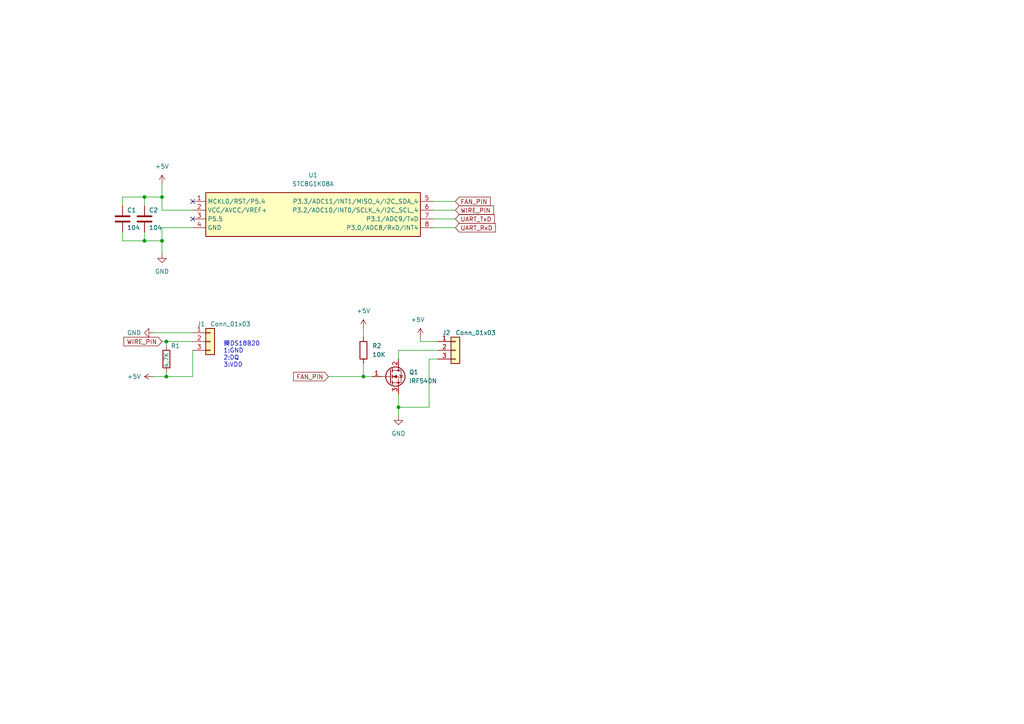
<source format=kicad_sch>
(kicad_sch (version 20211123) (generator eeschema)
  (paper "A4")
  (lib_symbols
    (symbol "Connector_Generic:Conn_01x03" (pin_names (offset 1.016) hide)
      (property "Reference" "J" (at 0 5.08 0))
      (property "Value" "Conn_01x03" (at 0 -5.08 0))
      (symbol "Conn_01x03_1_1"
        (rectangle (start -1.27 -2.413) (end 0 -2.667) (stroke (width 0.1524)))
        (rectangle (start -1.27 0.127) (end 0 -0.127) (stroke (width 0.1524)))
        (rectangle (start -1.27 2.667) (end 0 2.413) (stroke (width 0.1524)))
        (rectangle (start -1.27 3.81) (end 1.27 -3.81) (stroke (width 0.254)) (fill (type background)))
        (pin passive line (at -5.08 2.54 0) (length 3.81) (name "Pin_1") (number "1"))
        (pin passive line (at -5.08 0 0) (length 3.81) (name "Pin_2") (number "2"))
        (pin passive line (at -5.08 -2.54 0) (length 3.81) (name "Pin_3") (number "3"))
      )
    )
    (symbol "Device:C" (pin_numbers hide) (pin_names (offset 0.254))
      (property "Reference" "C" (at 0.635 2.54 0))
      (property "Value" "C" (at 0.635 -2.54 0))
      (symbol "C_0_1"
        (polyline (pts (xy -2.032 -0.762) (xy 2.032 -0.762)) (stroke (width 0.508)))
        (polyline (pts (xy -2.032 0.762) (xy 2.032 0.762)) (stroke (width 0.508)))
      )
      (symbol "C_1_1"
        (pin passive line (at 0 3.81 270) (length 2.794) (name "~") (number "1"))
        (pin passive line (at 0 -3.81 90) (length 2.794) (name "~") (number "2"))
      )
    )
    (symbol "Device:R" (pin_numbers hide) (pin_names (offset 0))
      (property "Reference" "R" (at 2.032 0 90))
      (property "Value" "R" (at 0 0 90))
      (symbol "R_0_1"
        (rectangle (start -1.016 -2.54) (end 1.016 2.54) (stroke (width 0.254)))
      )
      (symbol "R_1_1"
        (pin passive line (at 0 3.81 270) (length 1.27) (name "~") (number "1"))
        (pin passive line (at 0 -3.81 90) (length 1.27) (name "~") (number "2"))
      )
    )
    (symbol "Transistor_FET:IRF540N" (pin_names hide)
      (property "Reference" "Q" (at 6.35 1.905 0))
      (property "Value" "IRF540N" (at 6.35 0 0))
      (symbol "IRF540N_0_1"
        (polyline (pts (xy 0.254 0) (xy -2.54 0)))
        (polyline (pts (xy 0.254 1.905) (xy 0.254 -1.905)) (stroke (width 0.254)))
        (polyline (pts (xy 0.762 -1.27) (xy 0.762 -2.286)) (stroke (width 0.254)))
        (polyline (pts (xy 0.762 0.508) (xy 0.762 -0.508)) (stroke (width 0.254)))
        (polyline (pts (xy 0.762 2.286) (xy 0.762 1.27)) (stroke (width 0.254)))
        (polyline (pts (xy 2.54 2.54) (xy 2.54 1.778)))
        (polyline (pts (xy 2.54 -2.54) (xy 2.54 0) (xy 0.762 0)))
        (polyline (pts (xy 0.762 -1.778) (xy 3.302 -1.778) (xy 3.302 1.778) (xy 0.762 1.778)))
        (polyline (pts (xy 1.016 0) (xy 2.032 0.381) (xy 2.032 -0.381) (xy 1.016 0)) (fill (type outline)))
        (polyline (pts (xy 2.794 0.508) (xy 2.921 0.381) (xy 3.683 0.381) (xy 3.81 0.254)))
        (polyline (pts (xy 3.302 0.381) (xy 2.921 -0.254) (xy 3.683 -0.254) (xy 3.302 0.381)))
        (circle (center 1.651 0) (radius 2.794) (stroke (width 0.254)))
        (circle (center 2.54 -1.778) (radius 0.254) (fill (type outline)))
        (circle (center 2.54 1.778) (radius 0.254) (fill (type outline)))
      )
      (symbol "IRF540N_1_1"
        (pin input line (at -5.08 0 0) (length 2.54) (name "G") (number "1"))
        (pin passive line (at 2.54 5.08 270) (length 2.54) (name "D") (number "2"))
        (pin passive line (at 2.54 -5.08 90) (length 2.54) (name "S") (number "3"))
      )
    )
    (symbol "mysym:STC8G1K08A"
      (property "Reference" "U" (at -6.35 3.81 0))
      (property "Value" "STC8G1K08A" (at -1.27 1.27 0))
      (symbol "STC8G1K08A_0_1"
        (rectangle (start -7.62 0) (end 54.61 -12.7) (stroke (width 0.254)) (fill (type background)))
      )
      (symbol "STC8G1K08A_1_1"
        (pin bidirectional line (at -11.43 -2.54 0) (length 3.81) (name "MCKL0/RST/P5.4") (number "1"))
        (pin power_in line (at -11.43 -5.08 0) (length 3.81) (name "VCC/AVCC/VREF+") (number "2"))
        (pin bidirectional line (at -11.43 -7.62 0) (length 3.81) (name "P5.5") (number "3"))
        (pin power_in line (at -11.43 -10.16 0) (length 3.81) (name "GND") (number "4"))
        (pin bidirectional line (at 58.42 -2.54 180) (length 3.81) (name "P3.3/ADC11/INT1/MISO_4/I2C_SDA_4") (number "5"))
        (pin bidirectional line (at 58.42 -5.08 180) (length 3.81) (name "P3.2/ADC10/INT0/SCLK_4/I2C_SCL_4") (number "6"))
        (pin bidirectional line (at 58.42 -7.62 180) (length 3.81) (name "P3.1/ADC9/TxD") (number "7"))
        (pin bidirectional line (at 58.42 -10.16 180) (length 3.81) (name "P3.0/ADC8/RxD/INT4") (number "8"))
      )
    )
    (symbol "power:+5V" (power) (pin_names (offset 0))
      (property "Value" "+5V" (at 0 3.556 0))
      (symbol "+5V_0_1"
        (polyline (pts (xy -0.762 1.27) (xy 0 2.54)))
        (polyline (pts (xy 0 0) (xy 0 2.54)))
        (polyline (pts (xy 0 2.54) (xy 0.762 1.27)))
      )
      (symbol "+5V_1_1"
        (pin power_in line (at 0 0 90) (length 0) hide (name "+5V") (number "1"))
      )
    )
    (symbol "power:GND" (power) (pin_names (offset 0))
      (property "Value" "GND" (at 0 -3.81 0))
      (symbol "GND_0_1"
        (polyline (pts (xy 0 0) (xy 0 -1.27) (xy 1.27 -1.27) (xy 0 -2.54) (xy -1.27 -1.27) (xy 0 -1.27)))
      )
      (symbol "GND_1_1"
        (pin power_in line (at 0 0 270) (length 0) hide (name "GND") (number "1"))
      )
    )
  )
  (junction (at 48.26 109.22))
  (junction (at 105.41 109.22))
  (junction (at 48.26 99.06))
  (junction (at 41.91 69.85))
  (junction (at 46.99 57.15))
  (junction (at 46.99 69.85))
  (junction (at 41.91 57.15))
  (junction (at 115.57 118.11))
  (no_connect (at 55.88 58.42))
  (no_connect (at 55.88 63.5))
  (wire (pts (xy 55.88 66.04) (xy 46.99 66.04)))
  (wire (pts (xy 44.45 109.22) (xy 48.26 109.22)))
  (wire (pts (xy 48.26 99.06) (xy 48.26 100.33)))
  (wire (pts (xy 105.41 95.25) (xy 105.41 97.79)))
  (wire (pts (xy 46.99 69.85) (xy 46.99 73.66)))
  (wire (pts (xy 48.26 109.22) (xy 55.88 109.22)))
  (wire (pts (xy 115.57 114.3) (xy 115.57 118.11)))
  (wire (pts (xy 41.91 57.15) (xy 41.91 59.69)))
  (wire (pts (xy 124.46 104.14) (xy 124.46 118.11)))
  (wire (pts (xy 125.73 60.96) (xy 132.08 60.96)))
  (wire (pts (xy 41.91 69.85) (xy 46.99 69.85)))
  (wire (pts (xy 46.99 99.06) (xy 48.26 99.06)))
  (wire (pts (xy 125.73 58.42) (xy 132.08 58.42)))
  (wire (pts (xy 35.56 69.85) (xy 41.91 69.85)))
  (wire (pts (xy 124.46 118.11) (xy 115.57 118.11)))
  (wire (pts (xy 48.26 107.95) (xy 48.26 109.22)))
  (wire (pts (xy 121.92 99.06) (xy 121.92 97.79)))
  (wire (pts (xy 41.91 57.15) (xy 46.99 57.15)))
  (wire (pts (xy 132.08 66.04) (xy 125.73 66.04)))
  (wire (pts (xy 35.56 57.15) (xy 35.56 59.69)))
  (wire (pts (xy 115.57 101.6) (xy 127 101.6)))
  (wire (pts (xy 95.25 109.22) (xy 105.41 109.22)))
  (wire (pts (xy 46.99 66.04) (xy 46.99 69.85)))
  (wire (pts (xy 107.95 109.22) (xy 105.41 109.22)))
  (wire (pts (xy 46.99 60.96) (xy 46.99 57.15)))
  (wire (pts (xy 55.88 109.22) (xy 55.88 101.6)))
  (wire (pts (xy 35.56 67.31) (xy 35.56 69.85)))
  (wire (pts (xy 115.57 104.14) (xy 115.57 101.6)))
  (wire (pts (xy 55.88 60.96) (xy 46.99 60.96)))
  (wire (pts (xy 48.26 99.06) (xy 55.88 99.06)))
  (wire (pts (xy 115.57 118.11) (xy 115.57 120.65)))
  (wire (pts (xy 44.45 96.52) (xy 55.88 96.52)))
  (wire (pts (xy 132.08 63.5) (xy 125.73 63.5)))
  (wire (pts (xy 121.92 99.06) (xy 127 99.06)))
  (wire (pts (xy 41.91 67.31) (xy 41.91 69.85)))
  (wire (pts (xy 35.56 57.15) (xy 41.91 57.15)))
  (wire (pts (xy 46.99 57.15) (xy 46.99 53.34)))
  (wire (pts (xy 105.41 109.22) (xy 105.41 105.41)))
  (wire (pts (xy 127 104.14) (xy 124.46 104.14)))
  (text "接DS18B20\n1:GND\n2:DQ\n3:VDD\n" (at 64.77 106.68 0) (effects (font (size 1.27 1.27)) (justify left bottom)))
  (global_label "FAN_PIN" (shape input) (at 95.25 109.22 180) (property "Intersheet References" "${INTERSHEET_REFS}" (effects hide)))
  (global_label "WIRE_PIN" (shape input) (at 132.08 60.96 0) (property "Intersheet References" "${INTERSHEET_REFS}" (effects hide)))
  (global_label "UART_TxD" (shape input) (at 132.08 63.5 0) (property "Intersheet References" "${INTERSHEET_REFS}" (effects hide)))
  (global_label "FAN_PIN" (shape input) (at 132.08 58.42 0) (property "Intersheet References" "${INTERSHEET_REFS}" (effects hide)))
  (global_label "UART_RxD" (shape input) (at 132.08 66.04 0) (property "Intersheet References" "${INTERSHEET_REFS}" (effects hide)))
  (global_label "WIRE_PIN" (shape input) (at 46.99 99.06 180) (property "Intersheet References" "${INTERSHEET_REFS}" (effects hide)))
  (symbol (lib_id "Device:C") (at 41.91 63.5 0) (unit 1)
    (property "Reference" "C2" (at 43.18 60.96 0) (effects (justify left)))
    (property "Value" "104" (at 43.18 66.04 0) (effects (justify left)))
    (property "Footprint" "Capacitor_SMD:C_0805_2012Metric_Pad1.18x1.45mm_HandSolder" (effects hide))
  )
  (symbol (lib_id "power:GND") (at 46.99 73.66 0) (unit 1)
    (property "Reference" "#PWR04" (effects hide))
    (property "Value" "GND" (at 46.99 78.74 0))
  )
  (symbol (lib_id "power:+5V") (at 105.41 95.25 0) (unit 1)
    (property "Reference" "#PWR05" (effects hide))
    (property "Value" "+5V" (at 105.41 90.17 0))
  )
  (symbol (lib_id "Connector_Generic:Conn_01x03") (at 132.08 101.6 0) (unit 1)
    (property "Reference" "J2" (at 128.27 96.52 0) (effects (justify left)))
    (property "Value" "Conn_01x03" (at 132.08 96.52 0) (effects (justify left)))
    (property "Footprint" "Connector_JST:JST_EH_B3B-EH-A_1x03_P2.50mm_Vertical" (effects hide))
  )
  (symbol (lib_id "Device:R") (at 48.26 104.14 0) (unit 1)
    (property "Reference" "R1" (at 49.53 100.33 0) (effects (justify left)))
    (property "Value" "4.7K" (at 48.26 106.68 90) (effects (justify left)))
    (property "Footprint" "Resistor_SMD:R_0805_2012Metric_Pad1.20x1.40mm_HandSolder" (effects hide))
  )
  (symbol (lib_id "power:+5V") (at 46.99 53.34 0) (unit 1)
    (property "Reference" "#PWR03" (effects hide))
    (property "Value" "+5V" (at 46.99 48.26 0))
  )
  (symbol (lib_id "Device:R") (at 105.41 101.6 0) (unit 1)
    (property "Reference" "R2" (at 107.95 100.3299 0) (effects (justify left)))
    (property "Value" "10K" (at 107.95 102.8699 0) (effects (justify left)))
    (property "Footprint" "Resistor_SMD:R_0805_2012Metric_Pad1.20x1.40mm_HandSolder" (effects hide))
  )
  (symbol (lib_id "power:+5V") (at 121.92 97.79 0) (unit 1)
    (property "Reference" "#PWR08" (effects hide))
    (property "Value" "+5V" (at 123.19 92.71 0) (effects (justify right)))
  )
  (symbol (lib_id "power:+5V") (at 44.45 109.22 90) (unit 1)
    (property "Reference" "#PWR02" (effects hide))
    (property "Value" "+5V" (at 36.83 109.22 90) (effects (justify right)))
  )
  (symbol (lib_id "Transistor_FET:IRF540N") (at 113.03 109.22 0) (unit 1)
    (property "Reference" "Q1" (at 118.618 107.9499 0) (effects (justify left)))
    (property "Value" "IRF540N" (at 118.618 110.4899 0) (effects (justify left)))
    (property "Footprint" "Package_TO_SOT_SMD:TO-263-2" (effects hide))
    (property "Datasheet" "http://www.irf.com/product-info/datasheets/data/irf540n.pdf" (effects hide))
  )
  (symbol (lib_id "Connector_Generic:Conn_01x03") (at 60.96 99.06 0) (unit 1)
    (property "Reference" "J1" (at 57.15 93.98 0) (effects (justify left)))
    (property "Value" "Conn_01x03" (at 60.96 93.98 0) (effects (justify left)))
    (property "Footprint" "Connector_JST:JST_EH_B3B-EH-A_1x03_P2.50mm_Vertical" (effects hide))
  )
  (symbol (lib_id "mysym:STC8G1K08A") (at 67.31 55.88 0) (unit 1)
    (property "Reference" "U1" (at 90.805 50.8 0))
    (property "Value" "STC8G1K08A" (at 90.805 53.34 0))
    (property "Footprint" "Package_SO:SOP-8_3.9x4.9mm_P1.27mm" (effects hide))
  )
  (symbol (lib_id "power:GND") (at 115.57 120.65 0) (unit 1)
    (property "Reference" "#PWR07" (effects hide))
    (property "Value" "GND" (at 115.57 125.73 0))
  )
  (symbol (lib_id "power:GND") (at 44.45 96.52 270) (unit 1)
    (property "Reference" "#PWR01" (effects hide))
    (property "Value" "GND" (at 36.83 96.52 90) (effects (justify left)))
  )
  (symbol (lib_id "Device:C") (at 35.56 63.5 0) (unit 1)
    (property "Reference" "C1" (at 36.83 60.96 0) (effects (justify left)))
    (property "Value" "104" (at 36.83 66.04 0) (effects (justify left)))
    (property "Footprint" "Capacitor_SMD:C_0805_2012Metric_Pad1.18x1.45mm_HandSolder" (effects hide))
  )
)
</source>
